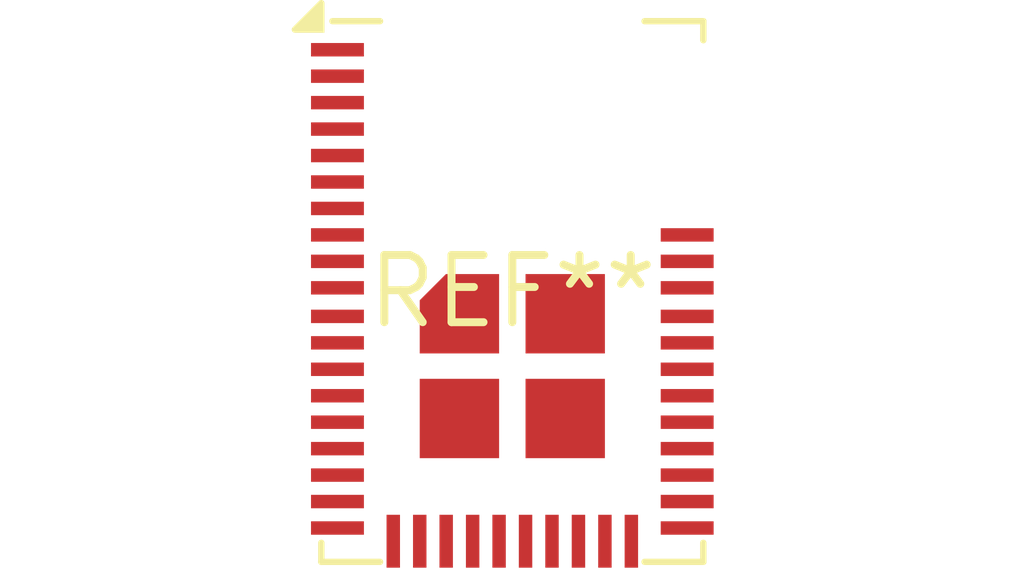
<source format=kicad_pcb>
(kicad_pcb (version 20240108) (generator pcbnew)
  (layers (0 "F.Cu" signal) (31 "B.Cu" signal) (34 "B.Paste" user) (35 "F.Paste" user) (36 "B.SilkS" user "B.Silkscreen") (37 "F.SilkS" user "F.Silkscreen") (38 "B.Mask" user) (39 "F.Mask" user) (44 "Edge.Cuts" user))
  (net 0 "")
  (footprint "RFDigital_RFD77101" (layer "F.Cu") (at 0 0)
    (property "Reference" "REF**")
    (property "Value" "RFDigital_RFD77101")
    (fp_line (start -3.61 4.75) (end -3.61 5.11) (layer "F.SilkS") (stroke (width 0.12)))
    (fp_line (start -3.61 5.11) (end -2.5 5.11) (layer "F.SilkS") (stroke (width 0.12)))
    (fp_line (start -3.4 -5.11) (end -2.5 -5.11) (layer "F.SilkS") (stroke (width 0.12)))
    (fp_line (start 3.61 -5.11) (end 2.5 -5.11) (layer "F.SilkS") (stroke (width 0.12)))
    (fp_line (start 3.61 -4.75) (end 3.61 -5.11) (layer "F.SilkS") (stroke (width 0.12)))
    (fp_line (start 3.61 4.75) (end 3.61 5.11) (layer "F.SilkS") (stroke (width 0.12)))
    (fp_line (start 3.61 5.11) (end 2.5 5.11) (layer "F.SilkS") (stroke (width 0.12)))
    (fp_poly (pts (xy -3.61 -4.95) (xy -4.11 -4.95) (xy -3.61 -5.45) (xy -3.61 -4.95)) (layer "F.SilkS") (stroke (width 0.12)) (fill solid))
    (pad "1" smd rect (at -3.305 -4.57) (size 1 0.254) (layers "F.Cu" "F.Paste" "F.Mask"))
    (pad "2" smd rect (at -3.305 -4.07) (size 1 0.254) (layers "F.Cu" "F.Paste" "F.Mask"))
    (pad "3" smd rect (at -3.305 -3.57) (size 1 0.254) (layers "F.Cu" "F.Paste" "F.Mask"))
    (pad "4" smd rect (at -3.305 -3.07) (size 1 0.254) (layers "F.Cu" "F.Paste" "F.Mask"))
    (pad "5" smd rect (at -3.305 -2.57) (size 1 0.254) (layers "F.Cu" "F.Paste" "F.Mask"))
    (pad "6" smd rect (at -3.305 -2.07) (size 1 0.254) (layers "F.Cu" "F.Paste" "F.Mask"))
    (pad "7" smd rect (at -3.305 -1.57) (size 1 0.254) (layers "F.Cu" "F.Paste" "F.Mask"))
    (pad "8" smd rect (at -3.305 -1.07) (size 1 0.254) (layers "F.Cu" "F.Paste" "F.Mask"))
    (pad "9" smd rect (at -3.305 -0.57) (size 1 0.254) (layers "F.Cu" "F.Paste" "F.Mask"))
    (pad "10" smd rect (at -3.305 -0.07) (size 1 0.254) (layers "F.Cu" "F.Paste" "F.Mask"))
    (pad "11" smd rect (at -3.305 0.47) (size 1 0.254) (layers "F.Cu" "F.Paste" "F.Mask"))
    (pad "12" smd rect (at -3.305 0.97) (size 1 0.254) (layers "F.Cu" "F.Paste" "F.Mask"))
    (pad "13" smd rect (at -3.305 1.47) (size 1 0.254) (layers "F.Cu" "F.Paste" "F.Mask"))
    (pad "14" smd rect (at -3.305 1.97) (size 1 0.254) (layers "F.Cu" "F.Paste" "F.Mask"))
    (pad "15" smd rect (at -3.305 2.47) (size 1 0.254) (layers "F.Cu" "F.Paste" "F.Mask"))
    (pad "16" smd rect (at -3.305 2.97) (size 1 0.254) (layers "F.Cu" "F.Paste" "F.Mask"))
    (pad "17" smd rect (at -3.305 3.47) (size 1 0.254) (layers "F.Cu" "F.Paste" "F.Mask"))
    (pad "18" smd rect (at -3.305 3.97) (size 1 0.254) (layers "F.Cu" "F.Paste" "F.Mask"))
    (pad "19" smd rect (at -3.305 4.47) (size 1 0.254) (layers "F.Cu" "F.Paste" "F.Mask"))
    (pad "20" smd rect (at -2.25 4.72 90) (size 1 0.254) (layers "F.Cu" "F.Paste" "F.Mask"))
    (pad "21" smd rect (at -1.75 4.72 90) (size 1 0.254) (layers "F.Cu" "F.Paste" "F.Mask"))
    (pad "22" smd rect (at -1.25 4.72 90) (size 1 0.254) (layers "F.Cu" "F.Paste" "F.Mask"))
    (pad "23" smd rect (at -0.75 4.72 90) (size 1 0.254) (layers "F.Cu" "F.Paste" "F.Mask"))
    (pad "24" smd rect (at -0.25 4.72 90) (size 1 0.254) (layers "F.Cu" "F.Paste" "F.Mask"))
    (pad "25" smd rect (at 0.25 4.72 90) (size 1 0.254) (layers "F.Cu" "F.Paste" "F.Mask"))
    (pad "26" smd rect (at 0.75 4.72 90) (size 1 0.254) (layers "F.Cu" "F.Paste" "F.Mask"))
    (pad "27" smd rect (at 1.25 4.72 90) (size 1 0.254) (layers "F.Cu" "F.Paste" "F.Mask"))
    (pad "28" smd rect (at 1.75 4.72 90) (size 1 0.254) (layers "F.Cu" "F.Paste" "F.Mask"))
    (pad "29" smd rect (at 2.25 4.72 90) (size 1 0.254) (layers "F.Cu" "F.Paste" "F.Mask"))
    (pad "30" smd rect (at 3.305 4.47) (size 1 0.254) (layers "F.Cu" "F.Paste" "F.Mask"))
    (pad "31" smd rect (at 3.305 3.97) (size 1 0.254) (layers "F.Cu" "F.Paste" "F.Mask"))
    (pad "32" smd rect (at 3.305 3.47) (size 1 0.254) (layers "F.Cu" "F.Paste" "F.Mask"))
    (pad "33" smd rect (at 3.305 2.97) (size 1 0.254) (layers "F.Cu" "F.Paste" "F.Mask"))
    (pad "34" smd rect (at 3.305 2.47) (size 1 0.254) (layers "F.Cu" "F.Paste" "F.Mask"))
    (pad "35" smd rect (at 3.305 1.97) (size 1 0.254) (layers "F.Cu" "F.Paste" "F.Mask"))
    (pad "36" smd rect (at 3.305 1.47) (size 1 0.254) (layers "F.Cu" "F.Paste" "F.Mask"))
    (pad "37" smd rect (at 3.305 0.97) (size 1 0.254) (layers "F.Cu" "F.Paste" "F.Mask"))
    (pad "38" smd rect (at 3.305 0.47) (size 1 0.254) (layers "F.Cu" "F.Paste" "F.Mask"))
    (pad "39" smd rect (at 3.305 -0.07) (size 1 0.254) (layers "F.Cu" "F.Paste" "F.Mask"))
    (pad "40" smd rect (at 3.305 -0.57) (size 1 0.254) (layers "F.Cu" "F.Paste" "F.Mask"))
    (pad "41" smd rect (at 3.305 -1.07) (size 1 0.254) (layers "F.Cu" "F.Paste" "F.Mask"))
    (pad "42" smd roundrect (at -1 0.420079) (size 1.5 1.5) (layers "F.Cu" "F.Paste" "F.Mask") (roundrect_rratio 0) (chamfer_ratio 0.33) (chamfer top_left))
    (pad "43" smd rect (at -1 2.4) (size 1.5 1.5) (layers "F.Cu" "F.Paste" "F.Mask"))
    (pad "44" smd rect (at 1 2.4) (size 1.5 1.5) (layers "F.Cu" "F.Paste" "F.Mask"))
    (pad "45" smd rect (at 1 0.42) (size 1.5 1.5) (layers "F.Cu" "F.Paste" "F.Mask"))
  )
)
</source>
